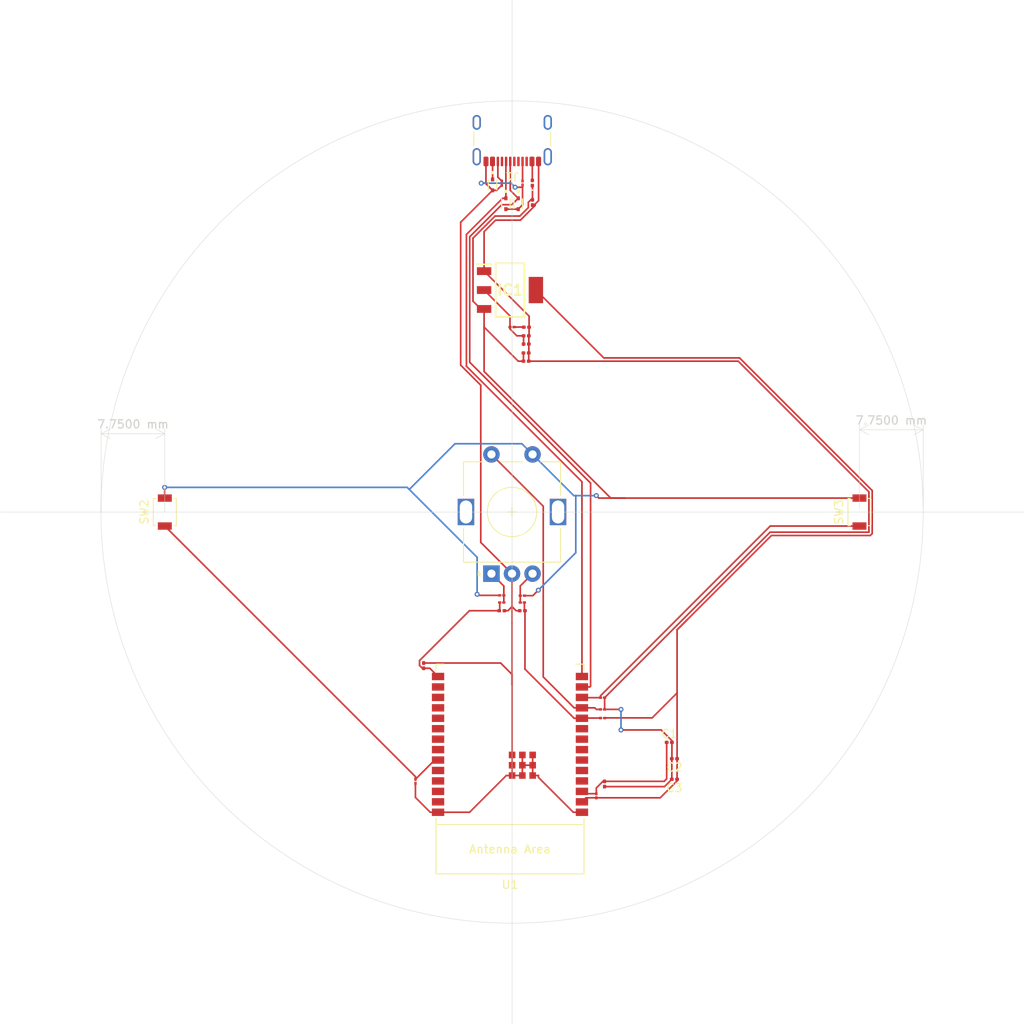
<source format=kicad_pcb>
(kicad_pcb (version 20240108) (generator "pcbnew") (generator_version "8.0")
  (title_block (title "Volume Knob") (date "2025-02-18") (rev "0.1"))
  (layers (0 "F.Cu" signal) (31 "B.Cu" signal) (34 "B.Paste" user) (35 "F.Paste" user) (36 "B.SilkS" user "B.Silkscreen") (37 "F.SilkS" user "F.Silkscreen") (38 "B.Mask" user) (39 "F.Mask" user) (44 "Edge.Cuts" user))
  (net 0 "")
  (net 3 "GND")
  (net 6 "VCC_3V3")
  (net 11 "/GPIO9")
  (net 21 "VCC_5V")
  (net 22 "Net-(J1-CC1)")
  (net 23 "Net-(J1-CC2)")
  (net 24 "/GPIO10")
  (net 25 "/GPIO12")
  (net 26 "Net-(D5-A)")
  (net 30 "/EN{slash}CHIP_PU")
  (net 31 "/GPIO13")
  (net 35 "/GPIO15")
  (net 36 "/GPIO8")
  (net 37 "/GPIO11")
  (net 40 "Net-(D1-A)")
  (net 41 "Net-(R7-Pad2)")
  (net 42 "Net-(R10-Pad1)")
  (footprint "Resistor_SMD:R_01005_0402Metric" (layer "F.Cu") (at 97 114.25 90)
    (property "Reference" "R11" (hide yes))
    (property "Value" "10K" (hide yes))
    (pad "1" smd roundrect (at -0.25 0 90) (size 0.4 0.3) (layers "F.Cu" "F.Mask") (net 3 "GND"))
    (pad "2" smd roundrect (at 0.25 0 90) (size 0.4 0.3) (layers "F.Cu" "F.Mask") (net 35 "/GPIO15"))
  )
  (footprint "resources:SOT230P700X180-4N" (layer "F.Cu") (at 108.5 54.5)
    (property "Reference" "IC1" (at 0 0 0) (layer "F.SilkS") (effects (font (size 1.27 1.27) (thickness 0.254))))
    (property "Value" "SGM2212-3.3XKC3G_TR" (hide yes))
    (fp_line (start -4.025 -3.125) (end -2.275 -3.125) (stroke (width 0.2)) (layer "F.SilkS"))
    (fp_line (start -1.75 -3.25) (end 1.75 -3.25) (stroke (width 0.2)) (layer "F.SilkS"))
    (fp_line (start -1.75 3.25) (end -1.75 -3.25) (stroke (width 0.2)) (layer "F.SilkS"))
    (fp_line (start 1.75 -3.25) (end 1.75 3.25) (stroke (width 0.2)) (layer "F.SilkS"))
    (fp_line (start 1.75 3.25) (end -1.75 3.25) (stroke (width 0.2)) (layer "F.SilkS"))
    (pad "1" smd rect (at -3.15 -2.3 90) (size 0.95 1.75) (layers "F.Cu" "F.Paste" "F.Mask") (net 3 "GND"))
    (pad "2" smd rect (at -3.15 0 90) (size 0.95 1.75) (layers "F.Cu" "F.Paste" "F.Mask") (net 6 "VCC_3V3"))
    (pad "3" smd rect (at -3.15 2.3 90) (size 0.95 1.75) (layers "F.Cu" "F.Paste" "F.Mask") (net 21 "VCC_5V"))
    (pad "4" smd rect (at 3.15 0) (size 1.75 3.2) (layers "F.Cu" "F.Paste" "F.Mask") (net 6 "VCC_3V3"))
  )
  (footprint "Capacitor_SMD:C_0201_0603Metric" (layer "F.Cu") (at 120 114.57 90)
    (property "Reference" "C11" (hide yes))
    (property "Value" "0.1uF" (hide yes))
    (pad "1" smd roundrect (at -0.32 0 90) (size 0.46 0.4) (layers "F.Cu" "F.Mask") (net 3 "GND"))
    (pad "2" smd roundrect (at 0.32 0 90) (size 0.46 0.4) (layers "F.Cu" "F.Mask") (net 30 "/EN{slash}CHIP_PU"))
  )
  (footprint "Capacitor_SMD:C_0201_0603Metric" (layer "F.Cu") (at 110.457321 63.151086)
    (property "Reference" "C6" (hide yes))
    (property "Value" "0.1uF" (hide yes))
    (pad "1" smd roundrect (at -0.32 0) (size 0.46 0.4) (layers "F.Cu" "F.Mask") (net 21 "VCC_5V"))
    (pad "2" smd roundrect (at 0.32 0) (size 0.46 0.4) (layers "F.Cu" "F.Mask") (net 3 "GND"))
  )
  (footprint "Connector_USB:USB_C_Receptacle_GCT_USB4105-xx-A_16P_TopMnt_Horizontal" (layer "F.Cu") (at 108.775299 35.181426 180)
    (property "Reference" "J1" (at 0 -5.5 180) (layer "F.SilkS"))
    (property "Value" "USB_C_Receptacle")
    (fp_line (start 4.67 -0.1) (end 4.67 -1.8) (stroke (width 0.12)) (layer "F.SilkS"))
    (fp_line (start -4.67 -0.1) (end -4.67 -1.8) (stroke (width 0.12)) (layer "F.SilkS"))
    (pad "" np_thru_hole circle (at -2.89 -2.605 180) (size 0.65 0.65) (drill 0.65) (layers "F&B.Cu" "*.Mask"))
    (pad "" np_thru_hole circle (at 2.89 -2.605 180) (size 0.65 0.65) (drill 0.65) (layers "F&B.Cu" "*.Mask"))
    (pad "A1" smd roundrect (at -3.2 -3.68 180) (size 0.6 1.15) (layers "F.Cu" "F.Paste" "F.Mask") (net 3 "GND"))
    (pad "A4" smd roundrect (at -2.4 -3.68 180) (size 0.6 1.15) (layers "F.Cu" "F.Paste" "F.Mask") (net 40 "Net-(D1-A)"))
    (pad "A5" smd roundrect (at -1.25 -3.68 180) (size 0.3 1.15) (layers "F.Cu" "F.Paste" "F.Mask") (net 22 "Net-(J1-CC1)"))
    (pad "A6" smd roundrect (at -0.25 -3.68 180) (size 0.3 1.15) (layers "F.Cu" "F.Paste" "F.Mask"))
    (pad "A7" smd roundrect (at 0.25 -3.68 180) (size 0.3 1.15) (layers "F.Cu" "F.Paste" "F.Mask") (net 25 "/GPIO12"))
    (pad "A8" smd roundrect (at 1.25 -3.68 180) (size 0.3 1.15) (layers "F.Cu" "F.Paste" "F.Mask"))
    (pad "A9" smd roundrect (at 2.4 -3.68 180) (size 0.6 1.15) (layers "F.Cu" "F.Paste" "F.Mask") (net 40 "Net-(D1-A)"))
    (pad "A12" smd roundrect (at 3.2 -3.68 180) (size 0.6 1.15) (layers "F.Cu" "F.Paste" "F.Mask") (net 3 "GND"))
    (pad "B1" smd roundrect (at 3.2 -3.68 180) (size 0.6 1.15) (layers "F.Cu" "F.Paste" "F.Mask") (net 3 "GND"))
    (pad "B4" smd roundrect (at 2.4 -3.68 180) (size 0.6 1.15) (layers "F.Cu" "F.Paste" "F.Mask") (net 40 "Net-(D1-A)"))
    (pad "B5" smd roundrect (at 1.75 -3.68 180) (size 0.3 1.15) (layers "F.Cu" "F.Paste" "F.Mask") (net 23 "Net-(J1-CC2)"))
    (pad "B6" smd roundrect (at 0.75 -3.68 180) (size 0.3 1.15) (layers "F.Cu" "F.Paste" "F.Mask") (net 31 "/GPIO13"))
    (pad "B7" smd roundrect (at -0.75 -3.68 180) (size 0.3 1.15) (layers "F.Cu" "F.Paste" "F.Mask"))
    (pad "B8" smd roundrect (at -1.75 -3.68 180) (size 0.3 1.15) (layers "F.Cu" "F.Paste" "F.Mask"))
    (pad "B9" smd roundrect (at -2.4 -3.68 180) (size 0.6 1.15) (layers "F.Cu" "F.Paste" "F.Mask") (net 40 "Net-(D1-A)"))
    (pad "B12" smd roundrect (at -3.2 -3.68 180) (size 0.6 1.15) (layers "F.Cu" "F.Paste" "F.Mask") (net 3 "GND"))
    (pad "S1" thru_hole oval (at -4.32 -3.105 180) (size 1 2.1) (drill oval 0.6 1.7) (property pad_prop_heatsink) (layers "*.Cu" "*.Mask" "F.Paste"))
    (pad "S1" thru_hole oval (at -4.32 1.075 180) (size 1 1.8) (drill oval 0.6 1.4) (property pad_prop_heatsink) (layers "*.Cu" "*.Mask" "F.Paste"))
    (pad "S1" thru_hole oval (at 4.32 -3.105 180) (size 1 2.1) (drill oval 0.6 1.7) (property pad_prop_heatsink) (layers "*.Cu" "*.Mask" "F.Paste"))
    (pad "S1" thru_hole oval (at 4.32 1.075 180) (size 1 1.8) (drill oval 0.6 1.4) (property pad_prop_heatsink) (layers "*.Cu" "*.Mask" "F.Paste"))
  )
  (footprint "Resistor_SMD:R_01005_0402Metric" (layer "F.Cu") (at 110 91.66636 180)
    (property "Reference" "R7" (hide yes))
    (property "Value" "R_US" (hide yes))
    (pad "1" smd roundrect (at -0.25 0 180) (size 0.4 0.3) (layers "F.Cu" "F.Mask") (net 21 "VCC_5V"))
    (pad "2" smd roundrect (at 0.25 0 180) (size 0.4 0.3) (layers "F.Cu" "F.Mask") (net 41 "Net-(R7-Pad2)"))
  )
  (footprint "Capacitor_SMD:C_0201_0603Metric" (layer "F.Cu") (at 127.872594 109.509521)
    (property "Reference" "C1" (at 0 -1.05 0) (layer "F.SilkS"))
    (property "Value" "1uF")
    (pad "1" smd roundrect (at -0.32 0) (size 0.46 0.4) (layers "F.Cu" "F.Mask") (net 30 "/EN{slash}CHIP_PU"))
    (pad "2" smd roundrect (at 0.32 0) (size 0.46 0.4) (layers "F.Cu" "F.Mask") (net 3 "GND"))
  )
  (footprint "Capacitor_SMD:C_0201_0603Metric" (layer "F.Cu") (at 110 93.5 180)
    (property "Reference" "C9" (hide yes))
    (property "Value" "C" (hide yes))
    (pad "1" smd roundrect (at -0.32 0 180) (size 0.46 0.4) (layers "F.Cu" "F.Mask") (net 36 "/GPIO8"))
    (pad "2" smd roundrect (at 0.32 0 180) (size 0.46 0.4) (layers "F.Cu" "F.Mask") (net 3 "GND"))
  )
  (footprint "Resistor_SMD:R_01005_0402Metric" (layer "F.Cu") (at 107.5 91.632141)
    (property "Reference" "R9" (hide yes))
    (property "Value" "R_US" (hide yes))
    (pad "1" smd roundrect (at -0.25 0) (size 0.4 0.3) (layers "F.Cu" "F.Mask") (net 21 "VCC_5V"))
    (pad "2" smd roundrect (at 0.25 0) (size 0.4 0.3) (layers "F.Cu" "F.Mask") (net 42 "Net-(R10-Pad1)"))
  )
  (footprint "Capacitor_SMD:C_0201_0603Metric" (layer "F.Cu") (at 110.471364 60.06467)
    (property "Reference" "C7" (hide yes))
    (property "Value" "0.1uF" (hide yes))
    (pad "1" smd roundrect (at -0.32 0) (size 0.46 0.4) (layers "F.Cu" "F.Mask") (net 6 "VCC_3V3"))
    (pad "2" smd roundrect (at 0.32 0) (size 0.46 0.4) (layers "F.Cu" "F.Mask") (net 3 "GND"))
  )
  (footprint "Resistor_SMD:R_01005_0402Metric" (layer "F.Cu") (at 119 116 90)
    (property "Reference" "R1" (hide yes))
    (property "Value" "10K" (hide yes))
    (pad "1" smd roundrect (at -0.25 0 90) (size 0.4 0.3) (layers "F.Cu" "F.Mask") (net 6 "VCC_3V3"))
    (pad "2" smd roundrect (at 0.25 0 90) (size 0.4 0.3) (layers "F.Cu" "F.Mask") (net 30 "/EN{slash}CHIP_PU"))
  )
  (footprint "PCM_Espressif:ESP32-C6-WROOM-1" (layer "F.Cu") (at 108.5 109.75 180)
    (property "Reference" "U1" (at 0 -17.05 0) (layer "F.SilkS"))
    (property "Value" "ESP32-C6-WROOM-1" (hide yes))
    (fp_line (start 9 9.75) (end 8 9.75) (stroke (width 0.12)) (layer "F.SilkS"))
    (fp_line (start 9 9) (end 9 9.75) (stroke (width 0.12)) (layer "F.SilkS"))
    (fp_line (start 9 -9.75) (end -9 -9.75) (stroke (width 0.12)) (layer "F.SilkS"))
    (fp_line (start 9 -15.75) (end 9 -9) (stroke (width 0.12)) (layer "F.SilkS"))
    (fp_line (start -9 9.75) (end -8 9.75) (stroke (width 0.12)) (layer "F.SilkS"))
    (fp_line (start -9 9) (end -9 9.75) (stroke (width 0.12)) (layer "F.SilkS"))
    (fp_line (start -9 -15.75) (end 9 -15.75) (stroke (width 0.12)) (layer "F.SilkS"))
    (fp_line (start -9 -15.75) (end -9 -9) (stroke (width 0.12)) (layer "F.SilkS"))
    (fp_text user "Antenna Area" (at 0 -12.75 0) (layer "F.SilkS"))
    (pad "1" smd rect (at -8.75 -8.26 180) (size 1.5 0.9) (layers "F.Cu" "F.Paste" "F.Mask") (net 3 "GND"))
    (pad "2" smd rect (at -8.75 -6.99 180) (size 1.5 0.9) (layers "F.Cu" "F.Paste" "F.Mask") (net 6 "VCC_3V3"))
    (pad "3" smd rect (at -8.75 -5.72 180) (size 1.5 0.9) (layers "F.Cu" "F.Paste" "F.Mask") (net 30 "/EN{slash}CHIP_PU"))
    (pad "4" smd rect (at -8.75 -4.45 180) (size 1.5 0.9) (layers "F.Cu" "F.Paste" "F.Mask"))
    (pad "5" smd rect (at -8.75 -3.18 180) (size 1.5 0.9) (layers "F.Cu" "F.Paste" "F.Mask"))
    (pad "6" smd rect (at -8.75 -1.91 180) (size 1.5 0.9) (layers "F.Cu" "F.Paste" "F.Mask"))
    (pad "7" smd rect (at -8.75 -0.64 180) (size 1.5 0.9) (layers "F.Cu" "F.Paste" "F.Mask"))
    (pad "8" smd rect (at -8.75 0.63 180) (size 1.5 0.9) (layers "F.Cu" "F.Paste" "F.Mask"))
    (pad "9" smd rect (at -8.75 1.9 180) (size 1.5 0.9) (layers "F.Cu" "F.Paste" "F.Mask"))
    (pad "10" smd rect (at -8.75 3.17 180) (size 1.5 0.9) (layers "F.Cu" "F.Paste" "F.Mask") (net 36 "/GPIO8"))
    (pad "11" smd rect (at -8.75 4.44 180) (size 1.5 0.9) (layers "F.Cu" "F.Paste" "F.Mask") (net 24 "/GPIO10"))
    (pad "12" smd rect (at -8.75 5.71 180) (size 1.5 0.9) (layers "F.Cu" "F.Paste" "F.Mask") (net 37 "/GPIO11"))
    (pad "13" smd rect (at -8.75 6.98 180) (size 1.5 0.9) (layers "F.Cu" "F.Paste" "F.Mask") (net 25 "/GPIO12"))
    (pad "14" smd rect (at -8.75 8.25 180) (size 1.5 0.9) (layers "F.Cu" "F.Paste" "F.Mask") (net 31 "/GPIO13"))
    (pad "15" smd rect (at 8.75 8.25) (size 1.5 0.9) (layers "F.Cu" "F.Paste" "F.Mask") (net 11 "/GPIO9"))
    (pad "16" smd rect (at 8.75 6.98) (size 1.5 0.9) (layers "F.Cu" "F.Paste" "F.Mask"))
    (pad "17" smd rect (at 8.75 5.71) (size 1.5 0.9) (layers "F.Cu" "F.Paste" "F.Mask"))
    (pad "18" smd rect (at 8.75 4.44) (size 1.5 0.9) (layers "F.Cu" "F.Paste" "F.Mask"))
    (pad "19" smd rect (at 8.75 3.17) (size 1.5 0.9) (layers "F.Cu" "F.Paste" "F.Mask"))
    (pad "20" smd rect (at 8.75 1.9) (size 1.5 0.9) (layers "F.Cu" "F.Paste" "F.Mask"))
    (pad "21" smd rect (at 8.75 0.63) (size 1.5 0.9) (layers "F.Cu" "F.Paste" "F.Mask"))
    (pad "22" smd rect (at 8.75 -0.64) (size 1.5 0.9) (layers "F.Cu" "F.Paste" "F.Mask"))
    (pad "23" smd rect (at 8.75 -1.91) (size 1.5 0.9) (layers "F.Cu" "F.Paste" "F.Mask") (net 35 "/GPIO15"))
    (pad "24" smd rect (at 8.75 -3.18) (size 1.5 0.9) (layers "F.Cu" "F.Paste" "F.Mask"))
    (pad "25" smd rect (at 8.75 -4.45) (size 1.5 0.9) (layers "F.Cu" "F.Paste" "F.Mask"))
    (pad "26" smd rect (at 8.75 -5.72) (size 1.5 0.9) (layers "F.Cu" "F.Paste" "F.Mask"))
    (pad "27" smd rect (at 8.75 -6.99) (size 1.5 0.9) (layers "F.Cu" "F.Paste" "F.Mask"))
    (pad "28" smd rect (at 8.75 -8.26) (size 1.5 0.9) (layers "F.Cu" "F.Paste" "F.Mask") (net 3 "GND"))
    (pad "29" smd rect (at -2.755 -3.79) (size 0.8 0.8) (layers "F.Cu" "F.Paste" "F.Mask") (net 3 "GND"))
    (pad "29" smd rect (at -2.755 -2.54) (size 0.8 0.8) (layers "F.Cu" "F.Paste" "F.Mask") (net 3 "GND"))
    (pad "29" smd rect (at -2.755 -1.29) (size 0.8 0.8) (layers "F.Cu" "F.Paste" "F.Mask") (net 3 "GND"))
    (pad "29" smd rect (at -1.505 -3.79) (size 0.8 0.8) (layers "F.Cu" "F.Paste" "F.Mask") (net 3 "GND"))
    (pad "29" smd rect (at -1.505 -2.54) (size 0.8 0.8) (layers "F.Cu" "F.Paste" "F.Mask") (net 3 "GND"))
    (pad "29" smd rect (at -1.505 -1.29) (size 0.8 0.8) (layers "F.Cu" "F.Paste" "F.Mask") (net 3 "GND"))
    (pad "29" smd rect (at -0.255 -3.79) (size 0.8 0.8) (layers "F.Cu" "F.Paste" "F.Mask") (net 3 "GND"))
    (pad "29" smd rect (at -0.255 -2.54) (size 0.8 0.8) (layers "F.Cu" "F.Paste" "F.Mask") (net 3 "GND"))
    (pad "29" smd rect (at -0.255 -1.29) (size 0.8 0.8) (layers "F.Cu" "F.Paste" "F.Mask") (net 3 "GND"))
  )
  (footprint "Resistor_SMD:R_01005_0402Metric" (layer "F.Cu") (at 110 92.5)
    (property "Reference" "R8" (hide yes))
    (property "Value" "R_US" (hide yes))
    (pad "1" smd roundrect (at -0.25 0) (size 0.4 0.3) (layers "F.Cu" "F.Mask") (net 41 "Net-(R7-Pad2)"))
    (pad "2" smd roundrect (at 0.25 0) (size 0.4 0.3) (layers "F.Cu" "F.Mask") (net 36 "/GPIO8"))
  )
  (footprint "Resistor_SMD:R_01005_0402Metric" (layer "F.Cu") (at 119.75 105.5)
    (property "Reference" "R6" (hide yes))
    (property "Value" "10K" (hide yes))
    (pad "1" smd roundrect (at -0.25 0) (size 0.4 0.3) (layers "F.Cu" "F.Mask") (net 24 "/GPIO10"))
    (pad "2" smd roundrect (at 0.25 0) (size 0.4 0.3) (layers "F.Cu" "F.Mask") (net 3 "GND"))
  )
  (footprint "Resistor_SMD:R_01005_0402Metric" (layer "F.Cu") (at 119.757145 104.073782 180)
    (property "Reference" "R2" (hide yes))
    (property "Value" "10K" (hide yes))
    (pad "1" smd roundrect (at -0.25 0 180) (size 0.4 0.3) (layers "F.Cu" "F.Mask") (net 3 "GND"))
    (pad "2" smd roundrect (at 0.25 0 180) (size 0.4 0.3) (layers "F.Cu" "F.Mask") (net 37 "/GPIO11"))
  )
  (footprint "Diode_SMD:D_0201_0603Metric" (layer "F.Cu") (at 111.215706 41.47922 90)
    (property "Reference" "D1" (hide yes))
    (property "Value" "D" (hide yes))
    (fp_circle (center -0.86 0) (end -0.81 0) (stroke (width 0.1)) (fill none) (layer "F.SilkS"))
    (pad "1" smd roundrect (at -0.32 0 90) (size 0.46 0.4) (layers "F.Cu" "F.Mask") (net 21 "VCC_5V"))
    (pad "2" smd roundrect (at 0.32 0 90) (size 0.46 0.4) (layers "F.Cu" "F.Mask") (net 40 "Net-(D1-A)"))
  )
  (footprint "resources:TVS_LESD5D5.0CT1G" (layer "F.Cu") (at 108 44 -90)
    (property "Reference" "D4" (hide yes))
    (property "Value" "LESD5D5.0CT1G" (hide yes))
    (fp_line (start 0.6 0.52) (end -0.6 0.52) (stroke (width 0.127)) (layer "F.SilkS"))
    (fp_line (start -0.6 -0.52) (end 0.6 -0.52) (stroke (width 0.127)) (layer "F.SilkS"))
    (fp_circle (center -1.5 0) (end -1.4 0) (stroke (width 0.2)) (fill none) (layer "F.SilkS"))
    (pad "1" smd rect (at -0.66 0 270) (size 0.48 0.4) (layers "F.Cu" "F.Paste" "F.Mask") (net 31 "/GPIO13"))
    (pad "2" smd rect (at 0.66 0 270) (size 0.48 0.4) (layers "F.Cu" "F.Paste" "F.Mask") (net 3 "GND"))
  )
  (footprint "Resistor_SMD:R_01005_0402Metric" (layer "F.Cu") (at 107.5 92.5 180)
    (property "Reference" "R10" (hide yes))
    (property "Value" "R_US" (hide yes))
    (pad "1" smd roundrect (at -0.25 0 180) (size 0.4 0.3) (layers "F.Cu" "F.Mask") (net 42 "Net-(R10-Pad1)"))
    (pad "2" smd roundrect (at 0.25 0 180) (size 0.4 0.3) (layers "F.Cu" "F.Mask") (net 11 "/GPIO9"))
  )
  (footprint "resources:TVS_LESD5D5.0CT1G" (layer "F.Cu") (at 106.382215 41.712904 -90)
    (property "Reference" "D2" (hide yes))
    (property "Value" "LESD5D5.0CT1G" (hide yes))
    (fp_line (start 0.6 0.52) (end -0.6 0.52) (stroke (width 0.127)) (layer "F.SilkS"))
    (fp_line (start -0.6 -0.52) (end 0.6 -0.52) (stroke (width 0.127)) (layer "F.SilkS"))
    (fp_circle (center -1.5 0) (end -1.4 0) (stroke (width 0.2)) (fill none) (layer "F.SilkS"))
    (pad "1" smd rect (at -0.66 0 270) (size 0.48 0.4) (layers "F.Cu" "F.Paste" "F.Mask") (net 40 "Net-(D1-A)"))
    (pad "2" smd rect (at 0.66 0 270) (size 0.48 0.4) (layers "F.Cu" "F.Paste" "F.Mask") (net 3 "GND"))
  )
  (footprint "LED_SMD:LED_0201_0603Metric" (layer "F.Cu") (at 110.5 59.01711 180)
    (property "Reference" "D5" (hide yes))
    (property "Value" "LED" (hide yes))
    (fp_circle (center -0.86 0) (end -0.81 0) (stroke (width 0.1)) (fill none) (layer "F.SilkS"))
    (pad "1" smd roundrect (at -0.32 0 180) (size 0.46 0.4) (layers "F.Cu" "F.Mask") (net 3 "GND"))
    (pad "2" smd roundrect (at 0.32 0 180) (size 0.46 0.4) (layers "F.Cu" "F.Mask") (net 26 "Net-(D5-A)"))
  )
  (footprint "Capacitor_SMD:C_0201_0603Metric" (layer "F.Cu") (at 110.457321 62.151086)
    (property "Reference" "C5" (hide yes))
    (property "Value" "10uF" (hide yes))
    (pad "1" smd roundrect (at -0.32 0) (size 0.46 0.4) (layers "F.Cu" "F.Mask") (net 21 "VCC_5V"))
    (pad "2" smd roundrect (at 0.32 0) (size 0.46 0.4) (layers "F.Cu" "F.Mask") (net 3 "GND"))
  )
  (footprint "resources:TVS_LESD5D5.0CT1G" (layer "F.Cu") (at 109.5 44 -90)
    (property "Reference" "D3" (hide yes))
    (property "Value" "LESD5D5.0CT1G" (hide yes))
    (fp_line (start 0.6 0.52) (end -0.6 0.52) (stroke (width 0.127)) (layer "F.SilkS"))
    (fp_line (start -0.6 -0.52) (end 0.6 -0.52) (stroke (width 0.127)) (layer "F.SilkS"))
    (fp_circle (center -1.5 0) (end -1.4 0) (stroke (width 0.2)) (fill none) (layer "F.SilkS"))
    (pad "1" smd rect (at -0.66 0 270) (size 0.48 0.4) (layers "F.Cu" "F.Paste" "F.Mask") (net 25 "/GPIO12"))
    (pad "2" smd rect (at 0.66 0 270) (size 0.48 0.4) (layers "F.Cu" "F.Paste" "F.Mask") (net 3 "GND"))
  )
  (footprint "Button_Switch_SMD:SW_SPST_B3U-1000P" (layer "F.Cu") (at 151 81.5 90)
    (property "Reference" "SW3" (at 0 -2.5 90) (layer "F.SilkS"))
    (property "Value" "SW_Push" (hide yes))
    (fp_line (start 1.65 -1.4) (end 1.65 -1.1) (stroke (width 0.12)) (layer "F.SilkS"))
    (fp_line (start -1.65 -1.4) (end 1.65 -1.4) (stroke (width 0.12)) (layer "F.SilkS"))
    (fp_line (start -1.65 -1.1) (end -1.65 -1.4) (stroke (width 0.12)) (layer "F.SilkS"))
    (fp_line (start -1.65 1.1) (end -1.65 1.4) (stroke (width 0.12)) (layer "F.SilkS"))
    (fp_line (start 1.65 1.4) (end 1.65 1.1) (stroke (width 0.12)) (layer "F.SilkS"))
    (fp_line (start -1.65 1.4) (end 1.65 1.4) (stroke (width 0.12)) (layer "F.SilkS"))
    (pad "1" smd rect (at -1.7 0 90) (size 0.9 1.7) (layers "F.Cu" "F.Paste" "F.Mask") (net 37 "/GPIO11"))
    (pad "2" smd rect (at 1.7 0 90) (size 0.9 1.7) (layers "F.Cu" "F.Paste" "F.Mask") (net 21 "VCC_5V"))
  )
  (footprint "Capacitor_SMD:C_0201_0603Metric" (layer "F.Cu") (at 110.471364 61.06467)
    (property "Reference" "C8" (hide yes))
    (property "Value" "10uF" (hide yes))
    (pad "1" smd roundrect (at -0.32 0) (size 0.46 0.4) (layers "F.Cu" "F.Mask") (net 6 "VCC_3V3"))
    (pad "2" smd roundrect (at 0.32 0) (size 0.46 0.4) (layers "F.Cu" "F.Mask") (net 3 "GND"))
  )
  (footprint "Capacitor_SMD:C_0201_0603Metric" (layer "F.Cu") (at 128.5 111.5 180)
    (property "Reference" "C2" (at 0 -1.05 360) (layer "F.SilkS"))
    (property "Value" "10uF")
    (pad "1" smd roundrect (at -0.32 0 180) (size 0.46 0.4) (layers "F.Cu" "F.Mask") (net 6 "VCC_3V3"))
    (pad "2" smd roundrect (at 0.32 0 180) (size 0.46 0.4) (layers "F.Cu" "F.Mask") (net 3 "GND"))
  )
  (footprint "Capacitor_SMD:C_0201_0603Metric" (layer "F.Cu") (at 128.5 114 180)
    (property "Reference" "C3" (at 0 -1.05 360) (layer "F.SilkS"))
    (property "Value" "0.1uF")
    (pad "1" smd roundrect (at -0.32 0 180) (size 0.46 0.4) (layers "F.Cu" "F.Mask") (net 6 "VCC_3V3"))
    (pad "2" smd roundrect (at 0.32 0 180) (size 0.46 0.4) (layers "F.Cu" "F.Mask") (net 3 "GND"))
  )
  (footprint "Capacitor_SMD:C_0201_0603Metric" (layer "F.Cu") (at 107.5 93.5)
    (property "Reference" "C12" (hide yes))
    (property "Value" "C" (hide yes))
    (pad "1" smd roundrect (at -0.32 0) (size 0.46 0.4) (layers "F.Cu" "F.Mask") (net 11 "/GPIO9"))
    (pad "2" smd roundrect (at 0.32 0) (size 0.46 0.4) (layers "F.Cu" "F.Mask") (net 3 "GND"))
  )
  (footprint "Resistor_SMD:R_01005_0402Metric" (layer "F.Cu") (at 110.026581 41.477311 -90)
    (property "Reference" "R3" (hide yes))
    (property "Value" "5.1K" (hide yes))
    (pad "1" smd roundrect (at -0.25 0 270) (size 0.4 0.3) (layers "F.Cu" "F.Mask") (net 22 "Net-(J1-CC1)"))
    (pad "2" smd roundrect (at 0.25 0 270) (size 0.4 0.3) (layers "F.Cu" "F.Mask") (net 3 "GND"))
  )
  (footprint "Resistor_SMD:R_01005_0402Metric" (layer "F.Cu") (at 107.5 41.5 -90)
    (property "Reference" "R4" (hide yes))
    (property "Value" "5.1K" (hide yes))
    (pad "1" smd roundrect (at -0.25 0 270) (size 0.4 0.3) (layers "F.Cu" "F.Mask") (net 23 "Net-(J1-CC2)"))
    (pad "2" smd roundrect (at 0.25 0 270) (size 0.4 0.3) (layers "F.Cu" "F.Mask") (net 3 "GND"))
  )
  (footprint "Resistor_SMD:R_01005_0402Metric" (layer "F.Cu") (at 108.75 59)
    (property "Reference" "R5" (hide yes))
    (property "Value" "5.1K" (hide yes))
    (pad "1" smd roundrect (at -0.25 0) (size 0.4 0.3) (layers "F.Cu" "F.Mask") (net 6 "VCC_3V3"))
    (pad "2" smd roundrect (at 0.25 0) (size 0.4 0.3) (layers "F.Cu" "F.Mask") (net 26 "Net-(D5-A)"))
  )
  (footprint "Rotary_Encoder:RotaryEncoder_Alps_EC11E-Switch_Vertical_H20mm" (layer "F.Cu") (at 106.243922 88.990152 90)
    (property "Reference" "SW1" (hide yes))
    (property "Value" "RotaryEncoder_Switch" (hide yes))
    (fp_line (start 13.6 -3.4) (end 13.6 -1) (stroke (width 0.12)) (layer "F.SilkS"))
    (fp_line (start 9.5 -3.4) (end 13.6 -3.4) (stroke (width 0.12)) (layer "F.SilkS"))
    (fp_line (start 5.5 -3.4) (end 1.4 -3.4) (stroke (width 0.12)) (layer "F.SilkS"))
    (fp_line (start 1.4 -3.4) (end 1.4 8.4) (stroke (width 0.12)) (layer "F.SilkS"))
    (fp_line (start 0.3 -1.6) (end 0 -1.3) (stroke (width 0.12)) (layer "F.SilkS"))
    (fp_line (start -0.3 -1.6) (end 0.3 -1.6) (stroke (width 0.12)) (layer "F.SilkS"))
    (fp_line (start 0 -1.3) (end -0.3 -1.6) (stroke (width 0.12)) (layer "F.SilkS"))
    (fp_line (start 13.6 1.2) (end 13.6 3.8) (stroke (width 0.12)) (layer "F.SilkS"))
    (fp_line (start 7.5 2) (end 7.5 3) (stroke (width 0.12)) (layer "F.SilkS"))
    (fp_line (start 7 2.5) (end 8 2.5) (stroke (width 0.12)) (layer "F.SilkS"))
    (fp_line (start 13.6 6) (end 13.6 8.4) (stroke (width 0.12)) (layer "F.SilkS"))
    (fp_line (start 13.6 8.4) (end 9.5 8.4) (stroke (width 0.12)) (layer "F.SilkS"))
    (fp_line (start 5.5 8.4) (end 1.4 8.4) (stroke (width 0.12)) (layer "F.SilkS"))
    (fp_circle (center 7.5 2.5) (end 10.5 2.5) (stroke (width 0.12)) (fill none) (layer "F.SilkS"))
    (pad "A" thru_hole rect (at 0 0 90) (size 2 2) (drill 1) (layers "*.Cu" "*.Mask") (net 42 "Net-(R10-Pad1)"))
    (pad "B" thru_hole circle (at 0 5 90) (size 2 2) (drill 1) (layers "*.Cu" "*.Mask") (net 41 "Net-(R7-Pad2)"))
    (pad "C" thru_hole circle (at 0 2.5 90) (size 2 2) (drill 1) (layers "*.Cu" "*.Mask") (net 3 "GND"))
    (pad "MP" thru_hole rect (at 7.5 -3.1 90) (size 3.2 2) (drill oval 2.8 1.5) (layers "*.Cu" "*.Mask"))
    (pad "MP" thru_hole rect (at 7.5 8.1 90) (size 3.2 2) (drill oval 2.8 1.5) (layers "*.Cu" "*.Mask"))
    (pad "S1" thru_hole circle (at 14.5 5 90) (size 2 2) (drill 1) (layers "*.Cu" "*.Mask") (net 21 "VCC_5V"))
    (pad "S2" thru_hole circle (at 14.5 0 90) (size 2 2) (drill 1) (layers "*.Cu" "*.Mask") (net 24 "/GPIO10"))
  )
  (footprint "Capacitor_SMD:C_0201_0603Metric" (layer "F.Cu") (at 111.232814 43.847847 -90)
    (property "Reference" "C4" (hide yes))
    (property "Value" "10uF" (hide yes))
    (pad "1" smd roundrect (at -0.32 0 270) (size 0.46 0.4) (layers "F.Cu" "F.Mask") (net 21 "VCC_5V"))
    (pad "2" smd roundrect (at 0.32 0 270) (size 0.46 0.4) (layers "F.Cu" "F.Mask") (net 3 "GND"))
  )
  (footprint "Resistor_SMD:R_01005_0402Metric" (layer "F.Cu") (at 119.760464 106.553312 180)
    (property "Reference" "R12" (hide yes))
    (property "Value" "3.3K" (hide yes))
    (pad "1" smd roundrect (at -0.25 0 180) (size 0.4 0.3) (layers "F.Cu" "F.Mask") (net 6 "VCC_3V3"))
    (pad "2" smd roundrect (at 0.25 0 180) (size 0.4 0.3) (layers "F.Cu" "F.Mask") (net 36 "/GPIO8"))
  )
  (footprint "Button_Switch_SMD:SW_SPST_B3U-1000P" (layer "F.Cu") (at 66.5196 81.5 90)
    (property "Reference" "SW2" (at 0 -2.5 90) (layer "F.SilkS"))
    (property "Value" "SW_Push" (hide yes))
    (fp_line (start 1.65 -1.4) (end 1.65 -1.1) (stroke (width 0.12)) (layer "F.SilkS"))
    (fp_line (start -1.65 -1.4) (end 1.65 -1.4) (stroke (width 0.12)) (layer "F.SilkS"))
    (fp_line (start -1.65 -1.1) (end -1.65 -1.4) (stroke (width 0.12)) (layer "F.SilkS"))
    (fp_line (start -1.65 1.1) (end -1.65 1.4) (stroke (width 0.12)) (layer "F.SilkS"))
    (fp_line (start 1.65 1.4) (end 1.65 1.1) (stroke (width 0.12)) (layer "F.SilkS"))
    (fp_line (start -1.65 1.4) (end 1.65 1.4) (stroke (width 0.12)) (layer "F.SilkS"))
    (pad "1" smd rect (at -1.7 0 90) (size 0.9 1.7) (layers "F.Cu" "F.Paste" "F.Mask") (net 35 "/GPIO15"))
    (pad "2" smd rect (at 1.7 0 90) (size 0.9 1.7) (layers "F.Cu" "F.Paste" "F.Mask") (net 21 "VCC_5V"))
  )
  (footprint "Capacitor_SMD:C_0201_0603Metric" (layer "F.Cu") (at 98 100.18 -90)
    (property "Reference" "C10" (hide yes))
    (property "Value" "0.1uF" (hide yes))
    (pad "1" smd roundrect (at -0.32 0 270) (size 0.46 0.4) (layers "F.Cu" "F.Mask") (net 3 "GND"))
    (pad "2" smd roundrect (at 0.32 0 270) (size 0.46 0.4) (layers "F.Cu" "F.Mask") (net 11 "/GPIO9"))
  )
  (gr_circle (center 108.75 81.5) (end 158.75 81.5) (stroke (width 0.05)) (fill none) (layer "Edge.Cuts"))
  (dimension (type aligned) (layer "Edge.Cuts") (pts (xy 58.769614 81.972185) (xy 66.519614 81.972185)) (height -10) (gr_text "7.7500 mm" (at 62.644614 70.822185 0) (layer "Edge.Cuts") (effects (font (size 1 1) (thickness 0.15)))) (format (prefix "") (suffix "") (units 3) (units_format 1) (precision 4)) (style (thickness 0.05) (arrow_length 1.27) (text_position_mode 0) (extension_height 0.58642) (extension_offset 0.5) keep_text_aligned))
  (dimension (type aligned) (layer "Edge.Cuts") (pts (xy 151 81.5) (xy 158.75 81.5)) (height -10) (gr_text "7.7500 mm" (at 154.875 70.35 0) (layer "Edge.Cuts") (effects (font (size 1 1) (thickness 0.15)))) (format (prefix "") (suffix "") (units 3) (units_format 1) (precision 4)) (style (thickness 0.05) (arrow_length 1.27) (text_position_mode 0) (extension_height 0.58642) (extension_offset 0.5) keep_text_aligned))
  (dimension (type center) (layer "Edge.Cuts") (pts (xy 108.75 81.5) (xy 171 81.5)) (style (thickness 0.05) (arrow_length 1.27) (text_position_mode 0) (extension_offset 0.5) keep_text_aligned))
  (segment (start 106.751372 46) (end 105.35 47.401372) (width 0.2) (layer "F.Cu") (net 3))
  (segment (start 105.509311 41.5) (end 106.382215 42.372904) (width 0.2) (layer "F.Cu") (net 3))
  (segment (start 104.943922 85.190152) (end 104.943922 66.075293) (width 0.2) (layer "F.Cu") (net 3))
  (segment (start 105.575299 38.861426) (end 105.575299 41.565988) (width 0.2) (layer "F.Cu") (net 3))
  (segment (start 128.192594 109.509521) (end 128.192594 111.487406) (width 0.2) (layer "F.Cu") (net 3))
  (segment (start 111.255 112.29) (end 111.255 111.04) (width 0.2) (layer "F.Cu") (net 3))
  (segment (start 107.82 93.5) (end 108.243922 93.5) (width 0.2) (layer "F.Cu") (net 3))
  (segment (start 109.243922 93.5) (end 108.743922 93) (width 0.2) (layer "F.Cu") (net 3))
  (segment (start 111.55033 44.05033) (end 111.55033 44.214473) (width 0.2) (layer "F.Cu") (net 3))
  (segment (start 108.743922 95) (end 108.743922 102.488922) (width 0.2) (layer "F.Cu") (net 3))
  (segment (start 111.255 113.54) (end 111.9567 113.54) (width 0.2) (layer "F.Cu") (net 3))
  (segment (start 98.8 118.01) (end 99.75 118.01) (width 0.2) (layer "F.Cu") (net 3))
  (segment (start 110.005 113.54) (end 110.005 112.29) (width 0.2) (layer "F.Cu") (net 3))
  (segment (start 111.975299 43.625361) (end 111.55033 44.05033) (width 0.2) (layer "F.Cu") (net 3))
  (segment (start 107.36 99.86) (end 108.755 101.255) (width 0.2) (layer "F.Cu") (net 3))
  (segment (start 110.005 112.29) (end 110.7067 112.29) (width 0.2) (layer "F.Cu") (net 3))
  (segment (start 111.255 113.54) (end 111.255 112.29) (width 0.2) (layer "F.Cu") (net 3))
  (segment (start 105.35 52.2) (end 110.82 57.67) (width 0.2) (layer "F.Cu") (net 3))
  (segment (start 110.026581 42) (end 110.026581 44.133419) (width 0.2) (layer "F.Cu") (net 3))
  (segment (start 120.007145 104.073781) (end 120.007145 104.073782) (width 0.2) (layer "F.Cu") (net 3))
  (segment (start 102.5 63.631371) (end 102.5 46.255119) (width 0.2) (layer "F.Cu") (net 3))
  (segment (start 111.9567 113.7684) (end 116.1983 118.01) (width 0.2) (layer "F.Cu") (net 3))
  (segment (start 128.192594 109.309522) (end 126.883072 108) (width 0.2) (layer "F.Cu") (net 3))
  (segment (start 111.55033 44.05033) (end 111.432813 44.167847) (width 0.2) (layer "F.Cu") (net 3))
  (segment (start 110.82 60.036034) (end 110.791364 60.06467) (width 0.2) (layer "F.Cu") (net 3))
  (segment (start 117.25 118.01) (end 116.1983 118.01) (width 0.2) (layer "F.Cu") (net 3))
  (segment (start 110.791364 62.137043) (end 110.777321 62.151086) (width 0.2) (layer "F.Cu") (net 3))
  (segment (start 108.755 101.255) (end 108.755 102.5) (width 0.2) (layer "F.Cu") (net 3))
  (segment (start 120 114.89) (end 127.29 114.89) (width 0.2) (layer "F.Cu") (net 3))
  (segment (start 110.777321 63.151086) (end 136.251086 63.151086) (width 0.2) (layer "F.Cu") (net 3))
  (segment (start 108.743922 93) (end 108.743922 95) (width 0.2) (layer "F.Cu") (net 3))
  (segment (start 108 44.66) (end 109.5 44.66) (width 0.2) (layer "F.Cu") (net 3))
  (segment (start 120.007145 105.492855) (end 120 105.5) (width 0.2) (layer "F.Cu") (net 3))
  (segment (start 136.251086 63.151086) (end 152.15 79.05) (width 0.2) (layer "F.Cu") (net 3))
  (segment (start 111.255 112.29) (end 110.7067 112.29) (width 0.2) (layer "F.Cu") (net 3))
  (segment (start 110.777321 62.151086) (end 110.777321 63.151086) (width 0.2) (layer "F.Cu") (net 3))
  (segment (start 127.29 114.89) (end 128.18 114) (width 0.2) (layer "F.Cu") (net 3))
  (segment (start 111.9567 113.54) (end 111.9567 113.7684) (width 0.2) (layer "F.Cu") (net 3))
  (segment (start 109.764803 46) (end 106.751372 46) (width 0.2) (layer "F.Cu") (net 3))
  (segment (start 97 116.21) (end 98.8 118.01) (width 0.2) (layer "F.Cu") (net 3))
  (segment (start 110.005 113.54) (end 108.755 113.54) (width 0.2) (layer "F.Cu") (net 3))
  (segment (start 110.82 57.67) (end 110.82 59.01711) (width 0.2) (layer "F.Cu") (net 3))
  (segment (start 126.883072 108) (end 122 108) (width 0.2) (layer "F.Cu") (net 3))
  (segment (start 108.755 113.54) (end 108.755 112.29) (width 0.2) (layer "F.Cu") (net 3))
  (segment (start 111.975299 38.861426) (end 111.975299 43.625361) (width 0.2) (layer "F.Cu") (net 3))
  (segment (start 128.192594 109.509521) (end 128.192594 109.309522) (width 0.2) (layer "F.Cu") (net 3))
  (segment (start 140.130926 83.95) (end 120.007145 104.073781) (width 0.2) (layer "F.Cu") (net 3))
  (segment (start 111.55033 44.214473) (end 109.764803 46) (width 0.2) (layer "F.Cu") (net 3))
  (segment (start 110.82 59.01711) (end 110.82 60.036034) (width 0.2) (layer "F.Cu") (net 3))
  (segment (start 152.15 83.95) (end 140.130926 83.95) (width 0.2) (layer "F.Cu") (net 3))
  (segment (start 102.5 46.255119) (end 106.382215 42.372904) (width 0.2) (layer "F.Cu") (net 3))
  (segment (start 110.791364 60.06467) (end 110.791364 61.06467) (width 0.2) (layer "F.Cu") (net 3))
  (segment (start 99.75 118.01) (end 103.5833 118.01) (width 0.2) (layer "F.Cu") (net 3))
  (segment (start 98 99.86) (end 107.36 99.86) (width 0.2) (layer "F.Cu") (net 3))
  (segment (start 106.877096 42.372904) (end 107.5 41.75) (width 0.2) (layer "F.Cu") (net 3))
  (segment (start 109.129564 42) (end 109.125299 41.995735) (width 0.2) (layer "F.Cu") (net 3))
  (segment (start 110.026581 44.133419) (end 109.5 44.66) (width 0.2) (layer "F.Cu") (net 3))
  (segment (start 108.755 112.29) (end 108.755 111.04) (width 0.2) (layer "F.Cu") (net 3))
  (segment (start 152.15 79.05) (end 152.15 83.95) (width 0.2) (layer "F.Cu") (net 3))
  (segment (start 105.35 47.401372) (end 105.35 52.2) (width 0.2) (layer "F.Cu") (net 3))
  (segment (start 105 41.5) (end 105.509311 41.5) (width 0.2) (layer "F.Cu") (net 3))
  (segment (start 110.791364 61.06467) (end 110.791364 62.137043) (width 0.2) (layer "F.Cu") (net 3))
  (segment (start 108.243922 93.5) (end 108.743922 93) (width 0.2) (layer "F.Cu") (net 3))
  (segment (start 110.005 112.29) (end 110.005 111.04) (width 0.2) (layer "F.Cu") (net 3))
  (segment (start 128.192594 111.487406) (end 128.18 111.5) (width 0.2) (layer "F.Cu") (net 3))
  (segment (start 122 105.5) (end 120 105.5) (width 0.2) (layer "F.Cu") (net 3))
  (segment (start 106.382215 42.372904) (end 106.877096 42.372904) (width 0.2) (layer "F.Cu") (net 3))
  (segment (start 109.68 93.5) (end 109.243922 93.5) (width 0.2) (layer "F.Cu") (net 3))
  (segment (start 110.026581 41.727311) (end 110.026581 42) (width 0.2) (layer "F.Cu") (net 3))
  (segment (start 110.026581 42) (end 109.129564 42) (width 0.2) (layer "F.Cu") (net 3))
  (segment (start 108.743922 88.990152) (end 108.743922 93) (width 0.2) (layer "F.Cu") (net 3))
  (segment (start 104.943922 66.075293) (end 102.5 63.631371) (width 0.2) (layer "F.Cu") (net 3))
  (segment (start 97 114.5) (end 97 116.21) (width 0.2) (layer "F.Cu") (net 3))
  (segment (start 120.007145 104.073782) (end 120.007145 105.492855) (width 0.2) (layer "F.Cu") (net 3))
  (segment (start 103.5833 118.01) (end 108.0533 113.54) (width 0.2) (layer "F.Cu") (net 3))
  (segment (start 111.432813 44.167847) (end 111.232814 44.167847) (width 0.2) (layer "F.Cu") (net 3))
  (segment (start 128.18 111.5) (end 128.18 114) (width 0.2) (layer "F.Cu") (net 3))
  (segment (start 108.743922 88.990152) (end 104.943922 85.190152) (width 0.2) (layer "F.Cu") (net 3))
  (segment (start 108.755 102.5) (end 108.755 111.04) (width 0.2) (layer "F.Cu") (net 3))
  (segment (start 108.755 113.54) (end 108.0533 113.54) (width 0.2) (layer "F.Cu") (net 3))
  (segment (start 105.575299 41.565988) (end 106.382215 42.372904) (width 0.2) (layer "F.Cu") (net 3))
  (segment (start 108.743922 102.488922) (end 108.755 102.5) (width 0.2) (layer "F.Cu") (net 3))
  (via (at 122 105.5) (size 0.6) (drill 0.3) (layers "F.Cu" "B.Cu") (net 3))
  (via (at 109.125299 41.995735) (size 0.6) (drill 0.3) (layers "F.Cu" "B.Cu") (net 3))
  (via (at 122 108) (size 0.6) (drill 0.3) (layers "F.Cu" "B.Cu") (net 3))
  (via (at 105 41.5) (size 0.6) (drill 0.3) (layers "F.Cu" "B.Cu") (net 3))
  (segment (start 108.629564 41.5) (end 105 41.5) (width 0.2) (layer "B.Cu") (net 3))
  (segment (start 122 108) (end 122 105.5) (width 0.2) (layer "B.Cu") (net 3))
  (segment (start 109.125299 41.995735) (end 108.629564 41.5) (width 0.2) (layer "B.Cu") (net 3))
  (segment (start 105.35 54.5) (end 108.5 57.65) (width 0.2) (layer "F.Cu") (net 6))
  (segment (start 136.573306 88.073306) (end 136.823307 87.823306) (width 0.2) (layer "F.Cu") (net 6))
  (segment (start 119 116.25) (end 123 116.25) (width 0.2) (layer "F.Cu") (net 6))
  (segment (start 128.82 111.5) (end 128.82 114) (width 0.2) (layer "F.Cu") (net 6))
  (segment (start 130.073306 94.573306) (end 136.573306 88.073306) (width 0.2) (layer "F.Cu") (net 6))
  (segment (start 120.010464 106.553312) (end 120.031888 106.531888) (width 0.2) (layer "F.Cu") (net 6))
  (segment (start 128.82 103.5) (end 128.82 95.826612) (width 0.2) (layer "F.Cu") (net 6))
  (segment (start 108.5 57.65) (end 108.5 59) (width 0.2) (layer "F.Cu") (net 6))
  (segment (start 110.151364 61.06467) (end 110.151364 61.223126) (width 0.2) (layer "F.Cu") (net 6))
  (segment (start 109.33226 60.06467) (end 108.5 59.23241) (width 0.2) (layer "F.Cu") (net 6))
  (segment (start 140.296612 84.35) (end 152.315685 84.35) (width 0.2) (layer "F.Cu") (net 6))
  (segment (start 119.901086 62.751086) (end 111.65 54.5) (width 0.2) (layer "F.Cu") (net 6))
  (segment (start 128.823306 95.823306) (end 130.073306 94.573306) (width 0.2) (layer "F.Cu") (net 6))
  (segment (start 136.573306 88.073306) (end 140.296612 84.35) (width 0.2) (layer "F.Cu") (net 6))
  (segment (start 108.5 59.23241) (end 108.5 59) (width 0.2) (layer "F.Cu") (net 6))
  (segment (start 110.151364 60.06467) (end 110.151364 61.06467) (width 0.2) (layer "F.Cu") (net 6))
  (segment (start 152.55 78.884314) (end 136.416772 62.751086) (width 0.2) (layer "F.Cu") (net 6))
  (segment (start 119 116.25) (end 117.74 116.25) (width 0.2) (layer "F.Cu") (net 6))
  (segment (start 126.769999 116.25) (end 126 116.25) (width 0.2) (layer "F.Cu") (net 6))
  (segment (start 136.416772 62.751086) (end 119.901086 62.751086) (width 0.2) (layer "F.Cu") (net 6))
  (segment (start 117.74 116.25) (end 117.25 116.74) (width 0.2) (layer "F.Cu") (net 6))
  (segment (start 120.031888 106.531888) (end 125.788112 106.531888) (width 0.2) (layer "F.Cu") (net 6))
  (segment (start 128.82 111.5) (end 128.82 103.5) (width 0.2) (layer "F.Cu") (net 6))
  (segment (start 125.788112 106.531888) (end 128.82 103.5) (width 0.2) (layer "F.Cu") (net 6))
  (segment (start 152.315685 84.35) (end 152.55 84.115685) (width 0.2) (layer "F.Cu") (net 6))
  (segment (start 128.82 114.199999) (end 126.769999 116.25) (width 0.2) (layer "F.Cu") (net 6))
  (segment (start 128.82 95.826612) (end 130.073306 94.573306) (width 0.2) (layer "F.Cu") (net 6))
  (segment (start 110.151364 60.06467) (end 109.33226 60.06467) (width 0.2) (layer "F.Cu") (net 6))
  (segment (start 152.55 84.115685) (end 152.55 78.884314) (width 0.2) (layer "F.Cu") (net 6))
  (segment (start 123 116.25) (end 126 116.25) (width 0.2) (layer "F.Cu") (net 6))
  (segment (start 110.18 60.036034) (end 110.151364 60.06467) (width 0.2) (layer "F.Cu") (net 6))
  (segment (start 128.82 114) (end 128.82 114.199999) (width 0.2) (layer "F.Cu") (net 6))
  (segment (start 97.5 100.158456) (end 97.5 100) (width 0.2) (layer "F.Cu") (net 11))
  (segment (start 107.18 93.5) (end 103.561544 93.5) (width 0.2) (layer "F.Cu") (net 11))
  (segment (start 107.25 92.5) (end 107.25 93.43) (width 0.2) (layer "F.Cu") (net 11))
  (segment (start 97.5 99.561544) (end 97.5 100) (width 0.2) (layer "F.Cu") (net 11))
  (segment (start 107.25 93.43) (end 107.18 93.5) (width 0.2) (layer "F.Cu") (net 11))
  (segment (start 98.75 100.5) (end 99.75 101.5) (width 0.2) (layer "F.Cu") (net 11))
  (segment (start 97.841544 100.5) (end 97.5 100.158456) (width 0.2) (layer "F.Cu") (net 11))
  (segment (start 103.561544 93.5) (end 97.5 99.561544) (width 0.2) (layer "F.Cu") (net 11))
  (segment (start 98 100.5) (end 97.841544 100.5) (width 0.2) (layer "F.Cu") (net 11))
  (segment (start 98 100.5) (end 98.75 100.5) (width 0.2) (layer "F.Cu") (net 11))
  (segment (start 120.7516 79.8) (end 122.5 79.8) (width 0.2) (layer "F.Cu") (net 21))
  (segment (start 122.5 79.8) (end 151 79.8) (width 0.2) (layer "F.Cu") (net 21))
  (segment (start 104.95 56.8) (end 104 55.85) (width 0.2) (layer "F.Cu") (net 21))
  (segment (start 107.25 91.632141) (end 104.632141 91.632141) (width 0.2) (layer "F.Cu") (net 21))
  (segment (start 110.137321 63.151086) (end 109.501086 63.151086) (width 0.2) (layer "F.Cu") (net 21))
  (segment (start 105.35 56.8) (end 105.35 59) (width 0.2) (layer "F.Cu") (net 21))
  (segment (start 105.35 59) (end 105.35 64.3984) (width 0.2) (layer "F.Cu") (net 21))
  (segment (start 105.092843 47.092843) (end 106.685686 45.5) (width 0.2) (layer "F.Cu") (net 21))
  (segment (start 105.35 64.3984) (end 120.7516 79.8) (width 0.2) (layer "F.Cu") (net 21))
  (segment (start 110.25 91.66636) (end 111.277562 91.66636) (width 0.2) (layer "F.Cu") (net 21))
  (segment (start 110.732814 43.827848) (end 111.032815 43.527847) (width 0.2) (layer "F.Cu") (net 21))
  (segment (start 104 48.185686) (end 105.092843 47.092843) (width 0.2) (layer "F.Cu") (net 21))
  (segment (start 66.5 79.7804) (end 66.5196 79.8) (width 0.2) (layer "F.Cu") (net 21))
  (segment (start 111.032815 43.527847) (end 111.232814 43.527847) (width 0.2) (layer "F.Cu") (net 21))
  (segment (start 110.732814 44.466303) (end 110.732814 43.827848) (width 0.2) (layer "F.Cu") (net 21))
  (segment (start 110.137321 62.151086) (end 110.137321 63.151086) (width 0.2) (layer "F.Cu") (net 21))
  (segment (start 106.685686 45.5) (end 109.5 45.5) (width 0.2) (layer "F.Cu") (net 21))
  (segment (start 104 55.85) (end 104 48.185686) (width 0.2) (layer "F.Cu") (net 21))
  (segment (start 111.232814 41.816328) (end 111.215706 41.79922) (width 0.2) (layer "F.Cu") (net 21))
  (segment (start 109.501086 63.151086) (end 105.35 59) (width 0.2) (layer "F.Cu") (net 21))
  (segment (start 66.5 78.5) (end 66.5 79.7804) (width 0.2) (layer "F.Cu") (net 21))
  (segment (start 111.232814 43.527847) (end 111.232814 41.816328) (width 0.2) (layer "F.Cu") (net 21))
  (segment (start 111.277562 91.66636) (end 111.943922 91) (width 0.2) (layer "F.Cu") (net 21))
  (segment (start 109.699117 45.5) (end 110.732814 44.466303) (width 0.2) (layer "F.Cu") (net 21))
  (segment (start 109.5 45.5) (end 109.699117 45.5) (width 0.2) (layer "F.Cu") (net 21))
  (segment (start 122.5 79.8) (end 119.3 79.8) (width 0.2) (layer "F.Cu") (net 21))
  (segment (start 105.35 56.8) (end 104.95 56.8) (width 0.2) (layer "F.Cu") (net 21))
  (segment (start 119.3 79.8) (end 119 79.5) (width 0.2) (layer "F.Cu") (net 21))
  (segment (start 104.632141 91.632141) (end 104.5 91.5) (width 0.2) (layer "F.Cu") (net 21))
  (via (at 104.5 91.5) (size 0.6) (drill 0.3) (layers "F.Cu" "B.Cu") (net 21))
  (via (at 111.943922 91) (size 0.6) (drill 0.3) (layers "F.Cu" "B.Cu") (net 21))
  (via (at 119 79.5) (size 0.6) (drill 0.3) (layers "F.Cu" "B.Cu") (net 21))
  (via (at 66.5 78.5) (size 0.6) (drill 0.3) (layers "F.Cu" "B.Cu") (net 21))
  (segment (start 116.5 86.443922) (end 111.943922 91) (width 0.2) (layer "B.Cu") (net 21))
  (segment (start 116.5 79.5) (end 116.25377 79.5) (width 0.2) (layer "B.Cu") (net 21))
  (segment (start 96 78.5) (end 66.5 78.5) (width 0.2) (layer "B.Cu") (net 21))
  (segment (start 96.25 78.75) (end 104.5 87) (width 0.2) (layer "B.Cu") (net 21))
  (segment (start 96.25 78.75) (end 101.809848 73.190152) (width 0.2) (layer "B.Cu") (net 21))
  (segment (start 104.5 87) (end 104.5 91.5) (width 0.2) (layer "B.Cu") (net 21))
  (segment (start 116.25377 79.5) (end 111.243922 74.490152) (width 0.2) (layer "B.Cu") (net 21))
  (segment (start 96 78.5) (end 96.25 78.75) (width 0.2) (layer "B.Cu") (net 21))
  (segment (start 116.5 79.5) (end 116.5 86.443922) (width 0.2) (layer "B.Cu") (net 21))
  (segment (start 109.943922 73.190152) (end 111.243922 74.490152) (width 0.2) (layer "B.Cu") (net 21))
  (segment (start 101.809848 73.190152) (end 109.943922 73.190152) (width 0.2) (layer "B.Cu") (net 21))
  (segment (start 119 79.5) (end 116.5 79.5) (width 0.2) (layer "B.Cu") (net 21))
  (segment (start 110.026581 41.227311) (end 110.026581 38.862708) (width 0.2) (layer "F.Cu") (net 22))
  (segment (start 110.026581 38.862708) (end 110.025299 38.861426) (width 0.2) (layer "F.Cu") (net 22))
  (segment (start 107.5 41.25) (end 107.025299 40.775299) (width 0.2) (layer "F.Cu") (net 23))
  (segment (start 107.025299 40.775299) (end 107.025299 38.861426) (width 0.2) (layer "F.Cu") (net 23))
  (segment (start 112.543922 101.553922) (end 112.543922 80.790152) (width 0.2) (layer "F.Cu") (net 24))
  (segment (start 117.25 105.31) (end 116.3 105.31) (width 0.2) (layer "F.Cu") (net 24))
  (segment (start 118.81 105.31) (end 117.25 105.31) (width 0.2) (layer "F.Cu") (net 24))
  (segment (start 112.543922 80.790152) (end 106.243922 74.490152) (width 0.2) (layer "F.Cu") (net 24))
  (segment (start 116.3 105.31) (end 112.543922 101.553922) (width 0.2) (layer "F.Cu") (net 24))
  (segment (start 119.5 105.5) (end 119 105.5) (width 0.2) (layer "F.Cu") (net 24))
  (segment (start 119 105.5) (end 118.81 105.31) (width 0.2) (layer "F.Cu") (net 24))
  (segment (start 108.525299 42.365299) (end 109.5 43.34) (width 0.2) (layer "F.Cu") (net 25))
  (segment (start 118.2 102.77) (end 117.25 102.77) (width 0.2) (layer "F.Cu") (net 25))
  (segment (start 107.5 44.12) (end 103.6 48.02) (width 0.2) (layer "F.Cu") (net 25))
  (segment (start 103.6 63.278456) (end 118.3 77.978456) (width 0.2) (layer "F.Cu") (net 25))
  (segment (start 118.3 77.978456) (end 118.3 102.67) (width 0.2) (layer "F.Cu") (net 25))
  (segment (start 108.72 44.12) (end 107.5 44.12) (width 0.2) (layer "F.Cu") (net 25))
  (segment (start 118.3 102.67) (end 118.2 102.77) (width 0.2) (layer "F.Cu") (net 25))
  (segment (start 108.525299 38.861426) (end 108.525299 42.365299) (width 0.2) (layer "F.Cu") (net 25))
  (segment (start 103.6 48.02) (end 103.6 63.278456) (width 0.2) (layer "F.Cu") (net 25))
  (segment (start 109.5 43.34) (end 108.72 44.12) (width 0.2) (layer "F.Cu") (net 25))
  (segment (start 109 59) (end 110.16289 59) (width 0.2) (layer "F.Cu") (net 26))
  (segment (start 110.16289 59) (end 110.18 59.01711) (width 0.2) (layer "F.Cu") (net 26))
  (segment (start 119 115.75) (end 117.53 115.75) (width 0.2) (layer "F.Cu") (net 30))
  (segment (start 120 114.25) (end 127.25 114.25) (width 0.2) (layer "F.Cu") (net 30))
  (segment (start 119.800001 114.25) (end 119 115.050001) (width 0.2) (layer "F.Cu") (net 30))
  (segment (start 127.25 114.25) (end 127.552594 113.947406) (width 0.2) (layer "F.Cu") (net 30))
  (segment (start 119 115.050001) (end 119 115.75) (width 0.2) (layer "F.Cu") (net 30))
  (segment (start 127.552594 113.947406) (end 127.552594 109.509521) (width 0.2) (layer "F.Cu") (net 30))
  (segment (start 117.53 115.75) (end 117.25 115.47) (width 0.2) (layer "F.Cu") (net 30))
  (segment (start 120 114.25) (end 119.800001 114.25) (width 0.2) (layer "F.Cu") (net 30))
  (segment (start 107.6 43.34) (end 103.2 47.74) (width 0.2) (layer "F.Cu") (net 31))
  (segment (start 108 43.34) (end 107.6 43.34) (width 0.2) (layer "F.Cu") (net 31))
  (segment (start 103.2 47.74) (end 103.2 63.765685) (width 0.2) (layer "F.Cu") (net 31))
  (segment (start 117.25 77.815685) (end 117.25 101.5) (width 0.2) (layer "F.Cu") (net 31))
  (segment (start 103.2 63.765685) (end 117.25 77.815685) (width 0.2) (layer "F.Cu") (net 31))
  (segment (start 108 43.34) (end 108 38.886725) (width 0.2) (layer "F.Cu") (net 31))
  (segment (start 108 38.886725) (end 108.025299 38.861426) (width 0.2) (layer "F.Cu") (net 31))
  (segment (start 97 113.6804) (end 66.5196 83.2) (width 0.2) (layer "F.Cu") (net 35))
  (segment (start 97 114) (end 97 113.6804) (width 0.2) (layer "F.Cu") (net 35))
  (segment (start 99.34 111.66) (end 99.75 111.66) (width 0.2) (layer "F.Cu") (net 35))
  (segment (start 97 114) (end 99.34 111.66) (width 0.2) (layer "F.Cu") (net 35))
  (segment (start 110.25 93.43) (end 110.32 93.5) (width 0.2) (layer "F.Cu") (net 36))
  (segment (start 117.276688 106.553312) (end 117.25 106.58) (width 0.2) (layer "F.Cu") (net 36))
  (segment (start 110.25 92.5) (end 110.25 93.43) (width 0.2) (layer "F.Cu") (net 36))
  (segment (start 110.32 100.6) (end 116.3 106.58) (width 0.2) (layer "F.Cu") (net 36))
  (segment (start 110.32 93.5) (end 110.32 100.6) (width 0.2) (layer "F.Cu") (net 36))
  (segment (start 116.3 106.58) (end 117.25 106.58) (width 0.2) (layer "F.Cu") (net 36))
  (segment (start 119.510464 106.553312) (end 117.276688 106.553312) (width 0.2) (layer "F.Cu") (net 36))
  (segment (start 140.148517 83.2) (end 151 83.2) (width 0.2) (layer "F.Cu") (net 37))
  (segment (start 119.507145 104.073782) (end 117.283782 104.073782) (width 0.2) (layer "F.Cu") (net 37))
  (segment (start 117.283782 104.073782) (end 117.25 104.04) (width 0.2) (layer "F.Cu") (net 37))
  (segment (start 119.507145 104.073782) (end 119.507145 103.841372) (width 0.2) (layer "F.Cu") (net 37))
  (segment (start 119.507145 103.841372) (end 140.148517 83.2) (width 0.2) (layer "F.Cu") (net 37))
  (segment (start 111.215706 38.901833) (end 111.175299 38.861426) (width 0.2) (layer "F.Cu") (net 40))
  (segment (start 111.215706 41.15922) (end 111.215706 38.901833) (width 0.2) (layer "F.Cu") (net 40))
  (segment (start 106.382215 38.868342) (end 106.375299 38.861426) (width 0.2) (layer "F.Cu") (net 40))
  (segment (start 106.382215 41.052904) (end 106.382215 38.868342) (width 0.2) (layer "F.Cu") (net 40))
  (segment (start 109.75 90.484074) (end 111.243922 88.990152) (width 0.2) (layer "F.Cu") (net 41))
  (segment (start 109.75 91.66636) (end 109.75 90.484074) (width 0.2) (layer "F.Cu") (net 41))
  (segment (start 109.75 91.66636) (end 109.75 92.5) (width 0.2) (layer "F.Cu") (net 41))
  (segment (start 106.243922 88.990152) (end 107.75 90.49623) (width 0.2) (layer "F.Cu") (net 42))
  (segment (start 107.75 90.49623) (end 107.75 91.632141) (width 0.2) (layer "F.Cu") (net 42))
  (segment (start 107.75 92.5) (end 107.758629 92.491371) (width 0.2) (layer "F.Cu") (net 42))
  (segment (start 107.75 92.5) (end 107.75 91.632141) (width 0.2) (layer "F.Cu") (net 42))
)
</source>
